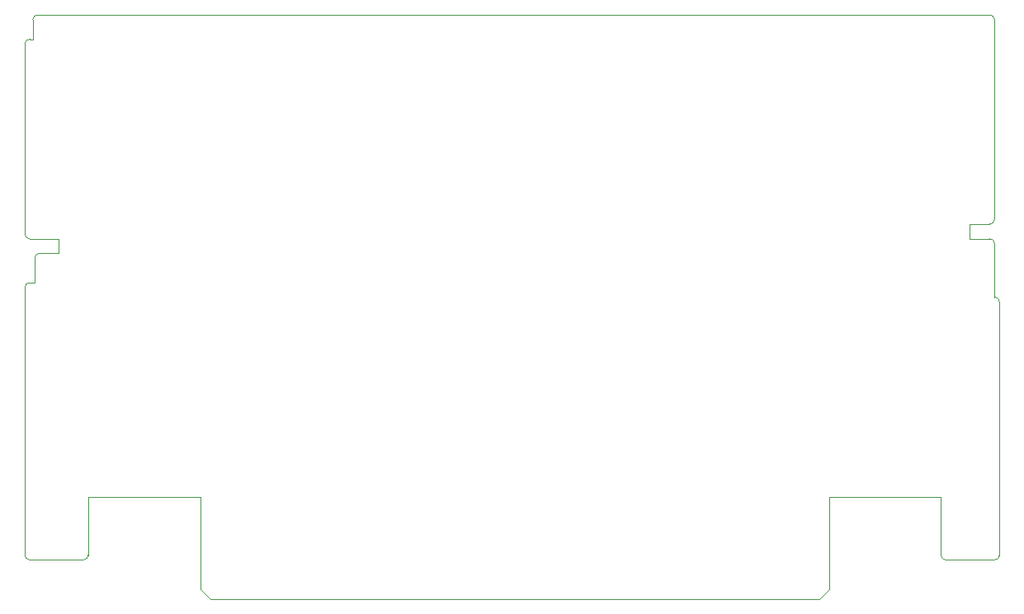
<source format=gm1>
G04 #@! TF.GenerationSoftware,KiCad,Pcbnew,(6.0.5)*
G04 #@! TF.CreationDate,2022-06-22T00:44:10+02:00*
G04 #@! TF.ProjectId,picocart64_v1,7069636f-6361-4727-9436-345f76312e6b,rev?*
G04 #@! TF.SameCoordinates,Original*
G04 #@! TF.FileFunction,Profile,NP*
%FSLAX46Y46*%
G04 Gerber Fmt 4.6, Leading zero omitted, Abs format (unit mm)*
G04 Created by KiCad (PCBNEW (6.0.5)) date 2022-06-22 00:44:10*
%MOMM*%
%LPD*%
G01*
G04 APERTURE LIST*
G04 #@! TA.AperFunction,Profile*
%ADD10C,0.100000*%
G04 #@! TD*
G04 APERTURE END LIST*
D10*
X182500000Y-119000000D02*
X182500000Y-109500000D01*
X194000000Y-109500000D02*
X182500000Y-109500000D01*
X194000000Y-109500000D02*
X194000000Y-115500000D01*
X199500000Y-116000000D02*
X194500000Y-116000000D01*
X200000000Y-115500000D02*
X200000000Y-89500000D01*
X196900000Y-83000000D02*
X196900000Y-81500000D01*
X199000000Y-81500000D02*
X196900000Y-81500000D01*
X199500000Y-60500000D02*
X199500000Y-81000000D01*
X118000000Y-119000000D02*
X119000000Y-120000000D01*
X182500000Y-119000000D02*
X181500000Y-120000000D01*
X101300000Y-60000000D02*
G75*
G03*
X100800000Y-60500000I0J-500000D01*
G01*
X100500000Y-62500000D02*
G75*
G03*
X100000000Y-63000000I0J-500000D01*
G01*
X100000000Y-82500000D02*
G75*
G03*
X100500000Y-83000000I500000J0D01*
G01*
X101500000Y-84500000D02*
G75*
G03*
X101000000Y-85000000I0J-500000D01*
G01*
X100500000Y-87500000D02*
G75*
G03*
X100000000Y-88000000I0J-500000D01*
G01*
X100000000Y-115500000D02*
G75*
G03*
X100500000Y-116000000I500000J0D01*
G01*
X106000000Y-116000000D02*
G75*
G03*
X106500000Y-115500000I0J500000D01*
G01*
X194000000Y-115500000D02*
G75*
G03*
X194500000Y-116000000I500000J0D01*
G01*
X199500000Y-116000000D02*
G75*
G03*
X200000000Y-115500000I0J500000D01*
G01*
X199500000Y-83500000D02*
G75*
G03*
X199000000Y-83000000I-500000J0D01*
G01*
X199000000Y-81500000D02*
G75*
G03*
X199500000Y-81000000I0J500000D01*
G01*
X200000000Y-89500000D02*
G75*
G03*
X199500000Y-89000000I-500000J0D01*
G01*
X199500000Y-83500000D02*
X199500000Y-89000000D01*
X118000000Y-119000000D02*
X118000000Y-109500000D01*
X106500000Y-109500000D02*
X106500000Y-115500000D01*
X199500000Y-60500000D02*
G75*
G03*
X199000000Y-60000000I-500000J0D01*
G01*
X181500000Y-120000000D02*
X119000000Y-120000000D01*
X118000000Y-109500000D02*
X106500000Y-109500000D01*
X103500000Y-84500000D02*
X103500000Y-83000000D01*
X101500000Y-84500000D02*
X103500000Y-84500000D01*
X106000000Y-116000000D02*
X100500000Y-116000000D01*
X100500000Y-62500000D02*
X100800000Y-62500000D01*
X100000000Y-82500000D02*
X100000000Y-63000000D01*
X100800000Y-62500000D02*
X100800000Y-60500000D01*
X101300000Y-60000000D02*
X199000000Y-60000000D01*
X100000000Y-115500000D02*
X100000000Y-88000000D01*
X100500000Y-87500000D02*
X101000000Y-87500000D01*
X101000000Y-87500000D02*
X101000000Y-85000000D01*
X199000000Y-83000000D02*
X196900000Y-83000000D01*
X103500000Y-83000000D02*
X100500000Y-83000000D01*
M02*

</source>
